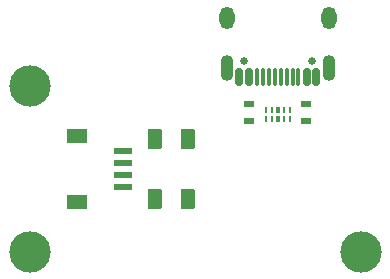
<source format=gbr>
%TF.GenerationSoftware,KiCad,Pcbnew,8.0.9*%
%TF.CreationDate,2025-07-19T06:53:02+07:00*%
%TF.ProjectId,Daughterboard,44617567-6874-4657-9262-6f6172642e6b,rev?*%
%TF.SameCoordinates,Original*%
%TF.FileFunction,Soldermask,Top*%
%TF.FilePolarity,Negative*%
%FSLAX46Y46*%
G04 Gerber Fmt 4.6, Leading zero omitted, Abs format (unit mm)*
G04 Created by KiCad (PCBNEW 8.0.9) date 2025-07-19 06:53:02*
%MOMM*%
%LPD*%
G01*
G04 APERTURE LIST*
G04 Aperture macros list*
%AMRoundRect*
0 Rectangle with rounded corners*
0 $1 Rounding radius*
0 $2 $3 $4 $5 $6 $7 $8 $9 X,Y pos of 4 corners*
0 Add a 4 corners polygon primitive as box body*
4,1,4,$2,$3,$4,$5,$6,$7,$8,$9,$2,$3,0*
0 Add four circle primitives for the rounded corners*
1,1,$1+$1,$2,$3*
1,1,$1+$1,$4,$5*
1,1,$1+$1,$6,$7*
1,1,$1+$1,$8,$9*
0 Add four rect primitives between the rounded corners*
20,1,$1+$1,$2,$3,$4,$5,0*
20,1,$1+$1,$4,$5,$6,$7,0*
20,1,$1+$1,$6,$7,$8,$9,0*
20,1,$1+$1,$8,$9,$2,$3,0*%
G04 Aperture macros list end*
%ADD10RoundRect,0.250000X-0.375000X-0.625000X0.375000X-0.625000X0.375000X0.625000X-0.375000X0.625000X0*%
%ADD11C,3.500001*%
%ADD12R,0.900000X0.500000*%
%ADD13RoundRect,0.250000X0.375000X0.625000X-0.375000X0.625000X-0.375000X-0.625000X0.375000X-0.625000X0*%
%ADD14RoundRect,0.125000X-0.000010X-0.150000X0.000010X-0.150000X0.000010X0.150000X-0.000010X0.150000X0*%
%ADD15R,0.250000X0.550000*%
%ADD16R,0.300000X0.550000*%
%ADD17C,0.650000*%
%ADD18RoundRect,0.150000X0.150000X0.575000X-0.150000X0.575000X-0.150000X-0.575000X0.150000X-0.575000X0*%
%ADD19RoundRect,0.075000X0.075000X0.650000X-0.075000X0.650000X-0.075000X-0.650000X0.075000X-0.650000X0*%
%ADD20O,1.100000X2.200000*%
%ADD21O,1.300000X1.900000*%
%ADD22R,1.800000X1.200000*%
%ADD23R,1.550000X0.600000*%
G04 APERTURE END LIST*
D10*
%TO.C,L1*%
X86585000Y-71725800D03*
X89385000Y-71725800D03*
%TD*%
D11*
%TO.C,MH3*%
X76015000Y-76185800D03*
%TD*%
%TO.C,MH1*%
X76015000Y-62185800D03*
%TD*%
D12*
%TO.C,R1*%
X99400000Y-63650000D03*
X99400000Y-65150000D03*
%TD*%
D13*
%TO.C,F1*%
X89385000Y-66645800D03*
X86585000Y-66645800D03*
%TD*%
D11*
%TO.C,MH2*%
X104015000Y-76185800D03*
%TD*%
D14*
%TO.C,U1*%
X96000000Y-64985000D03*
D15*
X96500000Y-64985000D03*
D16*
X97000000Y-64985000D03*
D15*
X97500000Y-64985000D03*
X98000000Y-64985000D03*
X98000000Y-64215000D03*
X97500000Y-64215000D03*
D16*
X97000000Y-64215000D03*
D15*
X96500000Y-64215000D03*
X96000000Y-64215000D03*
%TD*%
D17*
%TO.C,J1*%
X99888000Y-60049000D03*
X94108000Y-60049000D03*
D18*
X100248000Y-61375000D03*
X99448000Y-61375000D03*
D19*
X98248000Y-61375000D03*
X97252000Y-61375000D03*
X96748000Y-61375000D03*
X95748000Y-61375000D03*
D18*
X93748000Y-61375000D03*
X94548000Y-61375000D03*
D19*
X95248000Y-61375000D03*
X96248000Y-61375000D03*
X97748000Y-61375000D03*
X98748000Y-61375000D03*
D20*
X101298000Y-60600000D03*
D21*
X101298000Y-56400000D03*
D20*
X92698000Y-60600000D03*
D21*
X92698000Y-56400000D03*
%TD*%
D12*
%TO.C,R2*%
X94600000Y-63650000D03*
X94600000Y-65150000D03*
%TD*%
D22*
%TO.C,J4*%
X79995000Y-66385800D03*
X79995000Y-71985800D03*
D23*
X83870000Y-67685800D03*
X83870000Y-68685800D03*
X83870000Y-69685800D03*
X83870000Y-70685800D03*
%TD*%
M02*

</source>
